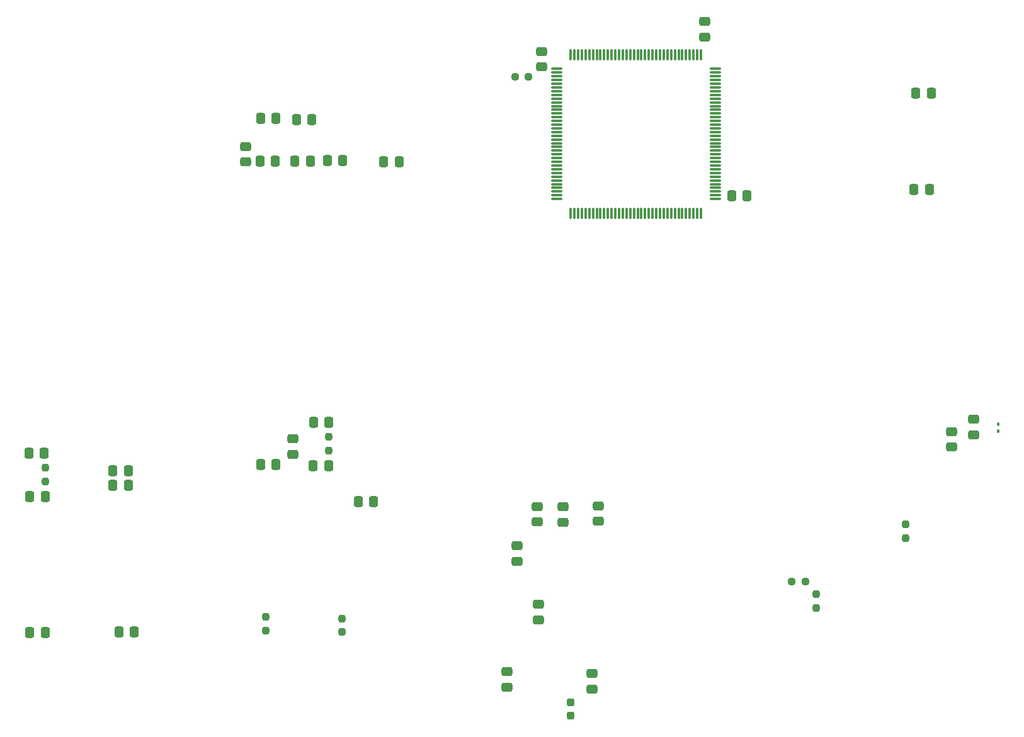
<source format=gbp>
G04 #@! TF.GenerationSoftware,KiCad,Pcbnew,8.0.5*
G04 #@! TF.CreationDate,2024-11-21T15:10:05-05:00*
G04 #@! TF.ProjectId,PCB_Order3,5043425f-4f72-4646-9572-332e6b696361,rev?*
G04 #@! TF.SameCoordinates,Original*
G04 #@! TF.FileFunction,Paste,Bot*
G04 #@! TF.FilePolarity,Positive*
%FSLAX46Y46*%
G04 Gerber Fmt 4.6, Leading zero omitted, Abs format (unit mm)*
G04 Created by KiCad (PCBNEW 8.0.5) date 2024-11-21 15:10:05*
%MOMM*%
%LPD*%
G01*
G04 APERTURE LIST*
G04 Aperture macros list*
%AMRoundRect*
0 Rectangle with rounded corners*
0 $1 Rounding radius*
0 $2 $3 $4 $5 $6 $7 $8 $9 X,Y pos of 4 corners*
0 Add a 4 corners polygon primitive as box body*
4,1,4,$2,$3,$4,$5,$6,$7,$8,$9,$2,$3,0*
0 Add four circle primitives for the rounded corners*
1,1,$1+$1,$2,$3*
1,1,$1+$1,$4,$5*
1,1,$1+$1,$6,$7*
1,1,$1+$1,$8,$9*
0 Add four rect primitives between the rounded corners*
20,1,$1+$1,$2,$3,$4,$5,0*
20,1,$1+$1,$4,$5,$6,$7,0*
20,1,$1+$1,$6,$7,$8,$9,0*
20,1,$1+$1,$8,$9,$2,$3,0*%
G04 Aperture macros list end*
%ADD10RoundRect,0.250000X0.337500X0.475000X-0.337500X0.475000X-0.337500X-0.475000X0.337500X-0.475000X0*%
%ADD11RoundRect,0.090000X0.090000X-0.139000X0.090000X0.139000X-0.090000X0.139000X-0.090000X-0.139000X0*%
%ADD12RoundRect,0.237500X0.250000X0.237500X-0.250000X0.237500X-0.250000X-0.237500X0.250000X-0.237500X0*%
%ADD13RoundRect,0.250000X0.475000X-0.337500X0.475000X0.337500X-0.475000X0.337500X-0.475000X-0.337500X0*%
%ADD14RoundRect,0.237500X-0.237500X0.300000X-0.237500X-0.300000X0.237500X-0.300000X0.237500X0.300000X0*%
%ADD15RoundRect,0.237500X-0.237500X0.250000X-0.237500X-0.250000X0.237500X-0.250000X0.237500X0.250000X0*%
%ADD16RoundRect,0.250000X-0.337500X-0.475000X0.337500X-0.475000X0.337500X0.475000X-0.337500X0.475000X0*%
%ADD17RoundRect,0.237500X-0.250000X-0.237500X0.250000X-0.237500X0.250000X0.237500X-0.250000X0.237500X0*%
%ADD18RoundRect,0.250000X-0.475000X0.337500X-0.475000X-0.337500X0.475000X-0.337500X0.475000X0.337500X0*%
%ADD19RoundRect,0.075000X-0.662500X-0.075000X0.662500X-0.075000X0.662500X0.075000X-0.662500X0.075000X0*%
%ADD20RoundRect,0.075000X-0.075000X-0.662500X0.075000X-0.662500X0.075000X0.662500X-0.075000X0.662500X0*%
%ADD21RoundRect,0.237500X0.237500X-0.250000X0.237500X0.250000X-0.237500X0.250000X-0.237500X-0.250000X0*%
G04 APERTURE END LIST*
D10*
X134387500Y-98100000D03*
X132312500Y-98100000D03*
D11*
X224381150Y-99230900D03*
X224381150Y-98365900D03*
D12*
X198437500Y-119500000D03*
X196612500Y-119500000D03*
D13*
X162950000Y-50247500D03*
X162950000Y-48172500D03*
D14*
X166900000Y-135787500D03*
X166900000Y-137512500D03*
D13*
X162600000Y-124637500D03*
X162600000Y-122562500D03*
D15*
X125875000Y-124262500D03*
X125875000Y-126087500D03*
D10*
X127212500Y-62950000D03*
X125137500Y-62950000D03*
X132087500Y-57350000D03*
X130012500Y-57350000D03*
D16*
X105337500Y-106575000D03*
X107412500Y-106575000D03*
D15*
X96300000Y-104212500D03*
X96300000Y-106037500D03*
D13*
X165875000Y-111512500D03*
X165875000Y-109437500D03*
D10*
X215357500Y-53830000D03*
X213282500Y-53830000D03*
D17*
X159387500Y-51560000D03*
X161212500Y-51560000D03*
D16*
X188550000Y-67625000D03*
X190625000Y-67625000D03*
D15*
X136150000Y-124462500D03*
X136150000Y-126287500D03*
D13*
X129550000Y-102387500D03*
X129550000Y-100312500D03*
D10*
X131887500Y-62975000D03*
X129812500Y-62975000D03*
D18*
X158300000Y-131612500D03*
X158300000Y-133687500D03*
D13*
X159725000Y-116762500D03*
X159725000Y-114687500D03*
D10*
X140387500Y-108750000D03*
X138312500Y-108750000D03*
X127262500Y-103725000D03*
X125187500Y-103725000D03*
X96112500Y-102250000D03*
X94037500Y-102250000D03*
D18*
X123175000Y-60962500D03*
X123175000Y-63037500D03*
D16*
X105337500Y-104575000D03*
X107412500Y-104575000D03*
D19*
X164987500Y-68035000D03*
X164987500Y-67535000D03*
X164987499Y-67035000D03*
X164987500Y-66535000D03*
X164987500Y-66035000D03*
X164987500Y-65534999D03*
X164987500Y-65035000D03*
X164987500Y-64535001D03*
X164987500Y-64035000D03*
X164987500Y-63535000D03*
X164987500Y-63034999D03*
X164987500Y-62535000D03*
X164987500Y-62035000D03*
X164987500Y-61535000D03*
X164987500Y-61035000D03*
X164987499Y-60535000D03*
X164987500Y-60035000D03*
X164987500Y-59535000D03*
X164987500Y-59035000D03*
X164987500Y-58535000D03*
X164987499Y-58035000D03*
X164987500Y-57535000D03*
X164987500Y-57035000D03*
X164987500Y-56535000D03*
X164987500Y-56035000D03*
X164987500Y-55535001D03*
X164987500Y-55035000D03*
X164987500Y-54535000D03*
X164987500Y-54034999D03*
X164987500Y-53535000D03*
X164987500Y-53035001D03*
X164987500Y-52535000D03*
X164987500Y-52035000D03*
X164987499Y-51535000D03*
X164987500Y-51035000D03*
X164987500Y-50535000D03*
D20*
X166900000Y-48622500D03*
X167400000Y-48622500D03*
X167900000Y-48622499D03*
X168400000Y-48622500D03*
X168900000Y-48622500D03*
X169400001Y-48622500D03*
X169900000Y-48622500D03*
X170399999Y-48622500D03*
X170900000Y-48622500D03*
X171400000Y-48622500D03*
X171900001Y-48622500D03*
X172400000Y-48622500D03*
X172900000Y-48622500D03*
X173400000Y-48622500D03*
X173900000Y-48622500D03*
X174400000Y-48622499D03*
X174900000Y-48622500D03*
X175400000Y-48622500D03*
X175900000Y-48622500D03*
X176400000Y-48622500D03*
X176900000Y-48622499D03*
X177400000Y-48622500D03*
X177900000Y-48622500D03*
X178400000Y-48622500D03*
X178900000Y-48622500D03*
X179399999Y-48622500D03*
X179900000Y-48622500D03*
X180400000Y-48622500D03*
X180900001Y-48622500D03*
X181400000Y-48622500D03*
X181899999Y-48622500D03*
X182400000Y-48622500D03*
X182900000Y-48622500D03*
X183400000Y-48622499D03*
X183900000Y-48622500D03*
X184400000Y-48622500D03*
D19*
X186312500Y-50535000D03*
X186312500Y-51035000D03*
X186312501Y-51535000D03*
X186312500Y-52035000D03*
X186312500Y-52535000D03*
X186312500Y-53035001D03*
X186312500Y-53535000D03*
X186312500Y-54034999D03*
X186312500Y-54535000D03*
X186312500Y-55035000D03*
X186312500Y-55535001D03*
X186312500Y-56035000D03*
X186312500Y-56535000D03*
X186312500Y-57035000D03*
X186312500Y-57535000D03*
X186312501Y-58035000D03*
X186312500Y-58535000D03*
X186312500Y-59035000D03*
X186312500Y-59535000D03*
X186312500Y-60035000D03*
X186312501Y-60535000D03*
X186312500Y-61035000D03*
X186312500Y-61535000D03*
X186312500Y-62035000D03*
X186312500Y-62535000D03*
X186312500Y-63034999D03*
X186312500Y-63535000D03*
X186312500Y-64035000D03*
X186312500Y-64535001D03*
X186312500Y-65035000D03*
X186312500Y-65534999D03*
X186312500Y-66035000D03*
X186312500Y-66535000D03*
X186312501Y-67035000D03*
X186312500Y-67535000D03*
X186312500Y-68035000D03*
D20*
X184400000Y-69947500D03*
X183900000Y-69947500D03*
X183400000Y-69947501D03*
X182900000Y-69947500D03*
X182400000Y-69947500D03*
X181899999Y-69947500D03*
X181400000Y-69947500D03*
X180900001Y-69947500D03*
X180400000Y-69947500D03*
X179900000Y-69947500D03*
X179399999Y-69947500D03*
X178900000Y-69947500D03*
X178400000Y-69947500D03*
X177900000Y-69947500D03*
X177400000Y-69947500D03*
X176900000Y-69947501D03*
X176400000Y-69947500D03*
X175900000Y-69947500D03*
X175400000Y-69947500D03*
X174900000Y-69947500D03*
X174400000Y-69947501D03*
X173900000Y-69947500D03*
X173400000Y-69947500D03*
X172900000Y-69947500D03*
X172400000Y-69947500D03*
X171900001Y-69947500D03*
X171400000Y-69947500D03*
X170900000Y-69947500D03*
X170399999Y-69947500D03*
X169900000Y-69947500D03*
X169400001Y-69947500D03*
X168900000Y-69947500D03*
X168400000Y-69947500D03*
X167900000Y-69947501D03*
X167400000Y-69947500D03*
X166900000Y-69947500D03*
D10*
X215132500Y-66780000D03*
X213057500Y-66780000D03*
D13*
X169800000Y-133962500D03*
X169800000Y-131887500D03*
D18*
X170625000Y-109312500D03*
X170625000Y-111387500D03*
X218081150Y-99320900D03*
X218081150Y-101395900D03*
D16*
X132262500Y-103950000D03*
X134337500Y-103950000D03*
D18*
X162350000Y-109387500D03*
X162350000Y-111462500D03*
D13*
X184875000Y-46247500D03*
X184875000Y-44172500D03*
D18*
X221051150Y-97670900D03*
X221051150Y-99745900D03*
D16*
X94162500Y-108075000D03*
X96237500Y-108075000D03*
D15*
X134375000Y-100062500D03*
X134375000Y-101887500D03*
D10*
X143812500Y-63000000D03*
X141737500Y-63000000D03*
D16*
X125187500Y-57200000D03*
X127262500Y-57200000D03*
X94152500Y-126340000D03*
X96227500Y-126340000D03*
D21*
X199925000Y-123037500D03*
X199925000Y-121212500D03*
D15*
X211920000Y-111807500D03*
X211920000Y-113632500D03*
D10*
X136262500Y-62875000D03*
X134187500Y-62875000D03*
X108227500Y-126310000D03*
X106152500Y-126310000D03*
M02*

</source>
